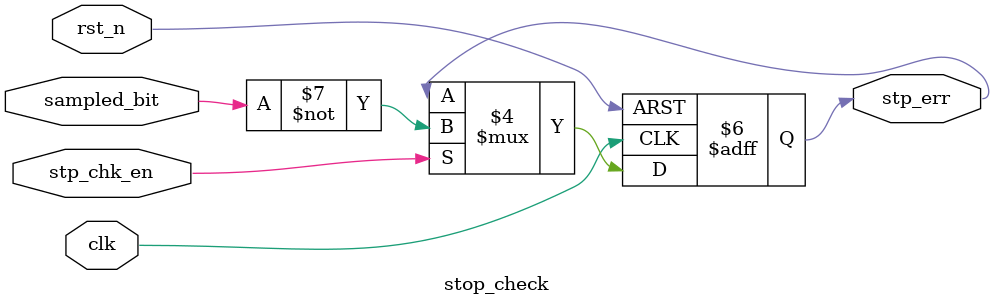
<source format=v>
module stop_check(
    input clk,
    input rst_n,
    input stp_chk_en,
    input sampled_bit,
    output reg stp_err
);

    always @(posedge clk or negedge rst_n) begin
        if (!rst_n) begin
            stp_err <= 1'b0;
        end
        else if (stp_chk_en) begin
            stp_err <= 1'b1 ^ sampled_bit;
        end
    end

endmodule


</source>
